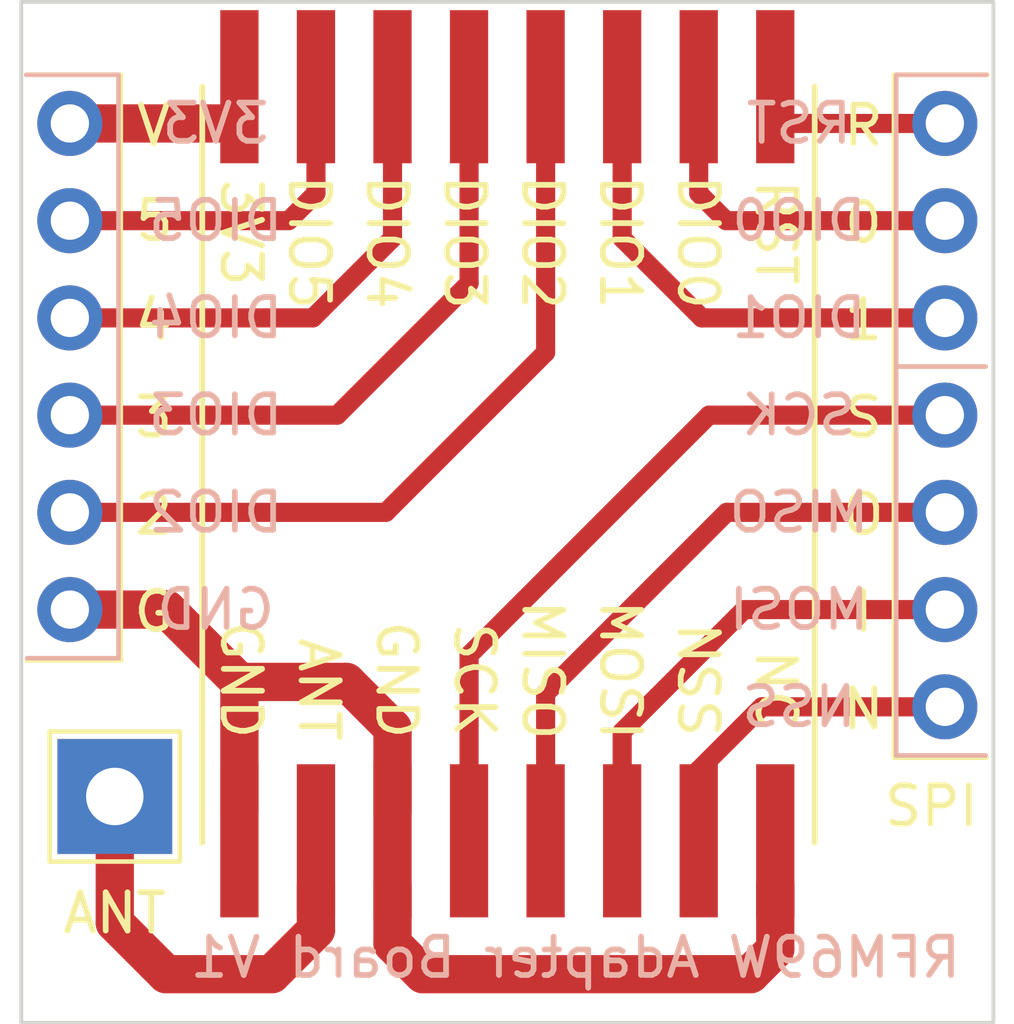
<source format=kicad_pcb>
(kicad_pcb (version 20211014) (generator pcbnew)
  (layers (0 "F.Cu" signal) (31 "B.Cu" signal) (34 "B.Paste" user) (35 "F.Paste" user) (36 "B.SilkS" user "B.Silkscreen") (37 "F.SilkS" user "F.Silkscreen") (38 "B.Mask" user) (39 "F.Mask" user) (44 "Edge.Cuts" user))
  (net 0 "")
  (footprint "TestPoint:TestPoint_THTPad_3.0x3.0mm_Drill1.5mm" (layer "F.Cu") (at 156.114 109.022)
    (fp_text reference "REF**" hide)
    (fp_text value "TestPoint_THTPad_3.0x3.0mm_Drill1.5mm" hide)
    (fp_line (start -1.7 -1.7) (end 1.7 -1.7) (layer "F.SilkS") (width 0.12))
    (fp_line (start 1.7 1.7) (end -1.7 1.7) (layer "F.SilkS") (width 0.12))
    (fp_line (start 1.7 -1.7) (end 1.7 1.7) (layer "F.SilkS") (width 0.12))
    (fp_line (start -1.7 1.7) (end -1.7 -1.7) (layer "F.SilkS") (width 0.12))
    (pad "1" thru_hole rect (at 0 0) (size 3 3) (drill 1.5) (layers *.Cu *.Mask))
  )
  (footprint "Connector_PinHeader_2.54mm:PinHeader_1x06_P2.54mm_Vertical" (layer "F.Cu") (at 154.94 91.44)
    (fp_text reference "REF**" hide)
    (fp_text value "PinHeader_1x06_P2.54mm_Vertical" hide)
    (fp_line (start 1.27 13.97) (end -1.1176 13.97) (layer "B.SilkS") (width 0.12))
    (fp_line (start 1.27 -1.27) (end 1.27 13.97) (layer "B.SilkS") (width 0.12))
    (fp_line (start -1.143 -1.27) (end 1.27 -1.27) (layer "B.SilkS") (width 0.12))
    (fp_line (start 1.33 -1.27) (end 1.33 14.03) (layer "F.SilkS") (width 0.12))
    (fp_line (start -1.1176 14.03) (end 1.33 14.03) (layer "F.SilkS") (width 0.12))
    (fp_line (start -1.143 -1.27) (end 1.33 -1.27) (layer "F.SilkS") (width 0.12))
    (pad "1" thru_hole circle (at 0 0) (size 1.7 1.7) (drill 1) (layers *.Cu *.Mask))
    (pad "2" thru_hole oval (at 0 2.54) (size 1.7 1.7) (drill 1) (layers *.Cu *.Mask))
    (pad "3" thru_hole oval (at 0 5.08) (size 1.7 1.7) (drill 1) (layers *.Cu *.Mask))
    (pad "4" thru_hole oval (at 0 7.62) (size 1.7 1.7) (drill 1) (layers *.Cu *.Mask))
    (pad "5" thru_hole oval (at 0 10.16) (size 1.7 1.7) (drill 1) (layers *.Cu *.Mask))
    (pad "6" thru_hole oval (at 0 12.7) (size 1.7 1.7) (drill 1) (layers *.Cu *.Mask))
  )
  (footprint "Connector_PinHeader_2.54mm:PinHeader_1x07_P2.54mm_Vertical" (layer "F.Cu") (at 177.8 91.44)
    (fp_text reference "REF**" hide)
    (fp_text value "PinHeader_1x07_P2.54mm_Vertical" hide)
    (fp_line (start 1.0668 16.51) (end -1.27 16.51) (layer "B.SilkS") (width 0.12))
    (fp_line (start -1.27 16.51) (end -1.27 -1.27) (layer "B.SilkS") (width 0.12))
    (fp_line (start -1.27 -1.27) (end 1.0922 -1.27) (layer "B.SilkS") (width 0.12))
    (fp_line (start -1.27 6.35) (end 1.0668 6.35) (layer "B.SilkS") (width 0.12))
    (fp_line (start -1.33 -1.27) (end 1.1176 -1.27) (layer "F.SilkS") (width 0.12))
    (fp_line (start -1.33 6.35) (end 1.0668 6.35) (layer "F.SilkS") (width 0.12))
    (fp_line (start -1.33 16.57) (end 1.0922 16.57) (layer "F.SilkS") (width 0.12))
    (fp_line (start -1.33 -1.27) (end -1.33 16.57) (layer "F.SilkS") (width 0.12))
    (pad "1" thru_hole circle (at 0 0) (size 1.7 1.7) (drill 1) (layers *.Cu *.Mask))
    (pad "2" thru_hole oval (at 0 2.54) (size 1.7 1.7) (drill 1) (layers *.Cu *.Mask))
    (pad "3" thru_hole oval (at 0 5.08) (size 1.7 1.7) (drill 1) (layers *.Cu *.Mask))
    (pad "4" thru_hole oval (at 0 7.62) (size 1.7 1.7) (drill 1) (layers *.Cu *.Mask))
    (pad "5" thru_hole oval (at 0 10.16) (size 1.7 1.7) (drill 1) (layers *.Cu *.Mask))
    (pad "6" thru_hole oval (at 0 12.7) (size 1.7 1.7) (drill 1) (layers *.Cu *.Mask))
    (pad "7" thru_hole oval (at 0 15.24) (size 1.7 1.7) (drill 1) (layers *.Cu *.Mask))
  )
  (footprint "RF_Module:HOPERF_RFM69HW" (layer "F.Cu") (at 166.37 100.33 90)
    (fp_text reference "REF**" hide)
    (fp_text value "HOPERF_RFM69HW" hide)
    (pad "" smd rect (at -9.85 3 90) (size 4 1) (layers "F.Cu" "F.Mask"))
    (pad "" smd rect (at -9.85 -1 90) (size 4 1) (layers "F.Cu" "F.Mask"))
    (pad "" smd rect (at -9.85 7 90) (size 4 1) (layers "F.Cu" "F.Mask"))
    (pad "" smd rect (at -9.85 -5 90) (size 4 1) (layers "F.Cu" "F.Mask"))
    (pad "" smd rect (at -9.85 1 90) (size 4 1) (layers "F.Cu" "F.Mask"))
    (pad "" smd rect (at -9.85 5 90) (size 4 1) (layers "F.Cu" "F.Mask"))
    (pad "" smd rect (at 9.85 1 90) (size 4 1) (layers "F.Cu" "F.Mask"))
    (pad "" smd rect (at 9.85 -7 90) (size 4 1) (layers "F.Cu" "F.Mask"))
    (pad "" smd rect (at 9.85 3 90) (size 4 1) (layers "F.Cu" "F.Mask"))
    (pad "" smd rect (at 9.85 5 90) (size 4 1) (layers "F.Cu" "F.Mask"))
    (pad "" smd rect (at -9.85 -7 90) (size 4 1) (layers "F.Cu" "F.Mask"))
    (pad "" smd rect (at 9.85 -1 90) (size 4 1) (layers "F.Cu" "F.Mask"))
    (pad "" smd rect (at -9.85 -3 90) (size 4 1) (layers "F.Cu" "F.Mask"))
    (pad "" smd rect (at 9.85 -5 90) (size 4 1) (layers "F.Cu" "F.Mask"))
    (pad "" smd rect (at 9.85 -3 90) (size 4 1) (layers "F.Cu" "F.Mask"))
    (pad "" smd rect (at 9.85 7 90) (size 4 1) (layers "F.Cu" "F.Mask"))
  )
  (gr_line (start 174.4 90.48) (end 174.4 110.23) (layer "F.SilkS") (width 0.15))
  (gr_line (start 158.4 110.23) (end 158.4 90.48) (layer "F.SilkS") (width 0.15))
  (gr_rect (start 153.67 88.265) (end 179.07 114.935) (layer "Edge.Cuts") (width 0.1) (fill none))
  (gr_text "3V3" (at 158.75 91.44) (layer "B.SilkS") (effects (font (size 1 1)) (justify mirror)))
  (gr_text "DIO4" (at 158.75 96.52) (layer "B.SilkS") (effects (font (size 1 1)) (justify mirror)))
  (gr_text "DIO3" (at 158.75 99.06) (layer "B.SilkS") (effects (font (size 1 1)) (justify mirror)))
  (gr_text "DIO2" (at 158.75 101.6) (layer "B.SilkS") (effects (font (size 1 1)) (justify mirror)))
  (gr_text "DIO1" (at 173.99 96.52) (layer "B.SilkS") (effects (font (size 1 1)) (justify mirror)))
  (gr_text "GND" (at 158.75 104.14) (layer "B.SilkS") (effects (font (size 1 1)) (justify mirror)))
  (gr_text "SCK" (at 173.99 99.06) (layer "B.SilkS") (effects (font (size 1 1)) (justify mirror)))
  (gr_text "RFM69W Adapter Board V1" (at 168.15 113.23) (layer "B.SilkS") (effects (font (size 1 1)) (justify mirror)))
  (gr_text "DIO5" (at 158.75 93.98) (layer "B.SilkS") (effects (font (size 1 1)) (justify mirror)))
  (gr_text "RST" (at 173.99 91.44) (layer "B.SilkS") (effects (font (size 1 1)) (justify mirror)))
  (gr_text "MOSI" (at 173.99 104.14) (layer "B.SilkS") (effects (font (size 1 1)) (justify mirror)))
  (gr_text "MISO" (at 173.99 101.6) (layer "B.SilkS") (effects (font (size 1 1)) (justify mirror)))
  (gr_text "DIO0" (at 173.99 93.98) (layer "B.SilkS") (effects (font (size 1 1)) (justify mirror)))
  (gr_text "NSS" (at 173.99 106.68) (layer "B.SilkS") (effects (font (size 1 1)) (justify mirror)))
  (gr_text "R" (at 175.672 91.496) (layer "F.SilkS") (effects (font (size 1 1))))
  (gr_text "SCK" (at 165.512 105.974 -90) (layer "F.SilkS") (effects (font (size 1 1))))
  (gr_text "DIO2" (at 167.29 94.544 -90) (layer "F.SilkS") (effects (font (size 1 1))))
  (gr_text "GND" (at 159.416 105.974 -90) (layer "F.SilkS") (effects (font (size 1 1))))
  (gr_text "SPI" (at 177.45 109.276) (layer "F.SilkS") (effects (font (size 1 1))))
  (gr_text "4" (at 157.13 96.576) (layer "F.SilkS") (effects (font (size 1 1))))
  (gr_text "ANT" (at 161.448 106.228 270) (layer "F.SilkS") (effects (font (size 1 1))))
  (gr_text "DIO3" (at 165.258 94.544 -90) (layer "F.SilkS") (effects (font (size 1 1))))
  (gr_text "0" (at 175.672 94.036) (layer "F.SilkS") (effects (font (size 1 1))))
  (gr_text "S" (at 175.672 99.116) (layer "F.SilkS") (effects (font (size 1 1))))
  (gr_text "5" (at 157.15 93.98) (layer "F.SilkS") (effects (font (size 1 1))))
  (gr_text "DIO0" (at 171.354 94.544 -90) (layer "F.SilkS") (effects (font (size 1 1))))
  (gr_text "1" (at 175.672 96.576) (layer "F.SilkS") (effects (font (size 1 1))))
  (gr_text "NSS" (at 171.354 105.974 -90) (layer "F.SilkS") (effects (font (size 1 1))))
  (gr_text "2" (at 157.13 101.656) (layer "F.SilkS") (effects (font (size 1 1))))
  (gr_text "DIO5" (at 161.194 94.544 -90) (layer "F.SilkS") (effects (font (size 1 1))))
  (gr_text "MOSI" (at 169.322 105.72 -90) (layer "F.SilkS") (effects (font (size 1 1))))
  (gr_text "MISO" (at 167.29 105.72 -90) (layer "F.SilkS") (effects (font (size 1 1))))
  (gr_text "ANT" (at 156.114 112.07) (layer "F.SilkS") (effects (font (size 1 1))))
  (gr_text "3V3" (at 159.416 94.29 270) (layer "F.SilkS") (effects (font (size 1 1))))
  (gr_text "DIO1" (at 169.322 94.544 -90) (layer "F.SilkS") (effects (font (size 1 1))))
  (gr_text "G" (at 157.13 104.196) (layer "F.SilkS") (effects (font (size 1 1))))
  (gr_text "RST" (at 173.386 94.29 270) (layer "F.SilkS") (effects (font (size 1 1))))
  (gr_text "DIO4" (at 163.226 94.544 -90) (layer "F.SilkS") (effects (font (size 1 1))))
  (gr_text "V" (at 157.13 91.496) (layer "F.SilkS") (effects (font (size 1 1))))
  (gr_text "NC" (at 173.386 106.228 -90) (layer "F.SilkS") (effects (font (size 1 1))))
  (gr_text "N" (at 175.672 106.736) (layer "F.SilkS") (effects (font (size 1 1))))
  (gr_text "I" (at 175.672 104.196) (layer "F.SilkS") (effects (font (size 1 1))))
  (gr_text "3" (at 157.13 99.116) (layer "F.SilkS") (effects (font (size 1 1))))
  (gr_text "GND" (at 163.48 105.974 -90) (layer "F.SilkS") (effects (font (size 1 1))))
  (gr_text "O" (at 175.672 101.656) (layer "F.SilkS") (effects (font (size 1 1))))
  (segment (start 161.925 99.06) (end 165.37 95.615) (width 0.5) (layer "F.Cu") (net 0))
  (segment (start 164.165 113.665) (end 163.37 112.87) (width 1) (layer "F.Cu") (net 0))
  (segment (start 173.37 111.33) (end 173.37 113.015) (width 1) (layer "F.Cu") (net 0))
  (segment (start 154.94 96.52) (end 161.29 96.52) (width 0.5) (layer "F.Cu") (net 0))
  (segment (start 163.37 94.44) (end 163.37 91.23) (width 0.5) (layer "F.Cu") (net 0))
  (segment (start 167.37 97.425) (end 167.37 91.23) (width 0.5) (layer "F.Cu") (net 0))
  (segment (start 160.215 113.665) (end 157.455 113.665) (width 1) (layer "F.Cu") (net 0))
  (segment (start 169.37 107.33) (end 169.37 109.43) (width 0.5) (layer "F.Cu") (net 0))
  (segment (start 161.37 111.33) (end 161.37 112.51) (width 1) (layer "F.Cu") (net 0))
  (segment (start 177.8 96.52) (end 171.45 96.52) (width 0.5) (layer "F.Cu") (net 0))
  (segment (start 160.655 93.98) (end 161.37 93.265) (width 0.5) (layer "F.Cu") (net 0))
  (segment (start 157.455 113.665) (end 156.114 112.324) (width 1) (layer "F.Cu") (net 0))
  (segment (start 177.8 91.44) (end 173.58 91.44) (width 0.5) (layer "F.Cu") (net 0))
  (segment (start 154.94 91.44) (end 159.16 91.44) (width 1) (layer "F.Cu") (net 0))
  (segment (start 169.37 94.44) (end 169.37 91.23) (width 0.5) (layer "F.Cu") (net 0))
  (segment (start 167.37 106.33) (end 167.37 109.43) (width 0.5) (layer "F.Cu") (net 0))
  (segment (start 154.94 101.6) (end 163.195 101.6) (width 0.5) (layer "F.Cu") (net 0))
  (segment (start 173.02 106.68) (end 171.37 108.33) (width 0.5) (layer "F.Cu") (net 0))
  (segment (start 157.48 104.14) (end 159.37 106.03) (width 1) (layer "F.Cu") (net 0))
  (segment (start 165.37 95.615) (end 165.37 91.23) (width 0.5) (layer "F.Cu") (net 0))
  (segment (start 162.164 106.03) (end 159.37 106.03) (width 1) (layer "F.Cu") (net 0))
  (segment (start 163.37 107.236) (end 162.164 106.03) (width 1) (layer "F.Cu") (net 0))
  (segment (start 171.37 108.33) (end 171.37 109.43) (width 0.5) (layer "F.Cu") (net 0))
  (segment (start 154.94 93.98) (end 160.655 93.98) (width 0.5) (layer "F.Cu") (net 0))
  (segment (start 177.8 106.68) (end 173.02 106.68) (width 0.5) (layer "F.Cu") (net 0))
  (segment (start 163.37 112.87) (end 163.37 111.33) (width 1) (layer "F.Cu") (net 0))
  (segment (start 171.45 96.52) (end 169.37 94.44) (width 0.5) (layer "F.Cu") (net 0))
  (segment (start 173.37 113.015) (end 172.72 113.665) (width 1) (layer "F.Cu") (net 0))
  (segment (start 172.72 113.665) (end 164.165 113.665) (width 1) (layer "F.Cu") (net 0))
  (segment (start 159.16 91.44) (end 159.37 91.23) (width 1) (layer "F.Cu") (net 0))
  (segment (start 156.114 112.324) (end 156.114 109.022) (width 1) (layer "F.Cu") (net 0))
  (segment (start 172.56 104.14) (end 169.37 107.33) (width 0.5) (layer "F.Cu") (net 0))
  (segment (start 172.1 101.6) (end 167.37 106.33) (width 0.5) (layer "F.Cu") (net 0))
  (segment (start 159.37 106.03) (end 159.37 109.43) (width 1) (layer "F.Cu") (net 0))
  (segment (start 161.37 112.51) (end 160.215 113.665) (width 1) (layer "F.Cu") (net 0))
  (segment (start 177.8 101.6) (end 172.1 101.6) (width 0.5) (layer "F.Cu") (net 0))
  (segment (start 172.085 93.98) (end 171.37 93.265) (width 0.5) (layer "F.Cu") (net 0))
  (segment (start 177.8 99.06) (end 171.64 99.06) (width 0.5) (layer "F.Cu") (net 0))
  (segment (start 171.37 93.265) (end 171.37 91.23) (width 0.5) (layer "F.Cu") (net 0))
  (segment (start 161.29 96.52) (end 163.37 94.44) (width 0.5) (layer "F.Cu") (net 0))
  (segment (start 177.8 104.14) (end 172.56 104.14) (width 0.5) (layer "F.Cu") (net 0))
  (segment (start 154.94 104.14) (end 157.48 104.14) (width 1) (layer "F.Cu") (net 0))
  (segment (start 163.195 101.6) (end 167.37 97.425) (width 0.5) (layer "F.Cu") (net 0))
  (segment (start 177.8 93.98) (end 172.085 93.98) (width 0.5) (layer "F.Cu") (net 0))
  (segment (start 163.37 109.43) (end 163.37 107.236) (width 1) (layer "F.Cu") (net 0))
  (segment (start 154.94 99.06) (end 161.925 99.06) (width 0.5) (layer "F.Cu") (net 0))
  (segment (start 161.37 93.265) (end 161.37 91.23) (width 0.5) (layer "F.Cu") (net 0))
  (segment (start 165.37 105.33) (end 165.37 109.43) (width 0.5) (layer "F.Cu") (net 0))
  (segment (start 173.58 91.44) (end 173.37 91.23) (width 0.5) (layer "F.Cu") (net 0))
  (segment (start 171.64 99.06) (end 165.37 105.33) (width 0.5) (layer "F.Cu") (net 0))
)
</source>
